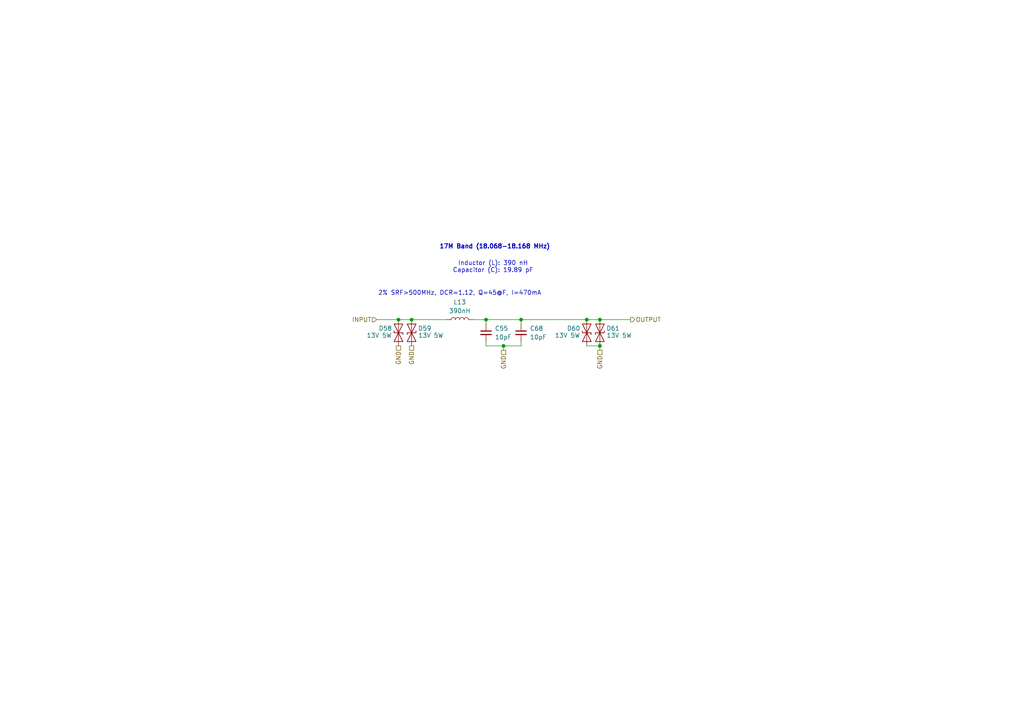
<source format=kicad_sch>
(kicad_sch (version 20231120) (generator "eeschema") (generator_version "8.0")
  (paper "A4")
  (lib_symbols
    (symbol "Device:C_Small" (pin_numbers hide) (pin_names (offset 0.254) hide)
      (property "Reference" "C" (at 0.254 1.778 0))
      (property "Value" "C_Small" (at 0.254 -2.032 0))
      (symbol "C_Small_0_1"
        (polyline (pts (xy -1.524 -0.508) (xy 1.524 -0.508)) (stroke (width 0.3302)))
        (polyline (pts (xy -1.524 0.508) (xy 1.524 0.508)) (stroke (width 0.3048)))
      )
      (symbol "C_Small_1_1"
        (pin passive line (at 0 2.54 270) (length 2.032) (name "~") (number "1"))
        (pin passive line (at 0 -2.54 90) (length 2.032) (name "~") (number "2"))
      )
    )
    (symbol "Device:L" (pin_numbers hide) (pin_names (offset 1.016) hide)
      (property "Reference" "L" (at -1.27 0 90))
      (property "Value" "L" (at 1.905 0 90))
      (symbol "L_0_1"
        (arc (start 0 -2.54) (mid 0.6323 -1.905) (end 0 -1.27))
        (arc (start 0 -1.27) (mid 0.6323 -0.635) (end 0 0))
        (arc (start 0 0) (mid 0.6323 0.635) (end 0 1.27))
        (arc (start 0 1.27) (mid 0.6323 1.905) (end 0 2.54))
      )
      (symbol "L_1_1"
        (pin passive line (at 0 3.81 270) (length 1.27) (name "1") (number "1"))
        (pin passive line (at 0 -3.81 90) (length 1.27) (name "2") (number "2"))
      )
    )
    (symbol "Diode:SD15_SOD323" (pin_numbers hide) (pin_names (offset 1.016) hide)
      (property "Reference" "D" (at 0 2.54 0))
      (property "Value" "SD15_SOD323" (at 0 -2.54 0))
      (symbol "SD15_SOD323_0_1"
        (polyline (pts (xy 1.27 0) (xy -1.27 0)))
        (polyline (pts (xy -2.54 -1.27) (xy 0 0) (xy -2.54 1.27) (xy -2.54 -1.27)) (stroke (width 0.2032)))
        (polyline (pts (xy 0.508 1.27) (xy 0 1.27) (xy 0 -1.27) (xy -0.508 -1.27)) (stroke (width 0.2032)))
        (polyline (pts (xy 2.54 1.27) (xy 2.54 -1.27) (xy 0 0) (xy 2.54 1.27)) (stroke (width 0.2032)))
      )
      (symbol "SD15_SOD323_1_1"
        (pin passive line (at -3.81 0 0) (length 2.54) (name "A1") (number "1"))
        (pin passive line (at 3.81 0 180) (length 2.54) (name "A2") (number "2"))
      )
    )
  )
  (junction (at 170.18 92.71))
  (junction (at 119.38 92.71))
  (junction (at 173.99 100.33))
  (junction (at 173.99 92.71))
  (junction (at 151.13 92.71))
  (junction (at 146.05 100.33))
  (junction (at 115.57 92.71))
  (junction (at 140.97 92.71))
  (wire (pts (xy 146.05 100.33) (xy 140.97 100.33)))
  (wire (pts (xy 151.13 92.71) (xy 170.18 92.71)))
  (wire (pts (xy 173.99 100.33) (xy 173.99 101.6)))
  (wire (pts (xy 170.18 92.71) (xy 173.99 92.71)))
  (wire (pts (xy 137.16 92.71) (xy 140.97 92.71)))
  (wire (pts (xy 151.13 92.71) (xy 151.13 93.98)))
  (wire (pts (xy 151.13 100.33) (xy 146.05 100.33)))
  (wire (pts (xy 115.57 92.71) (xy 119.38 92.71)))
  (wire (pts (xy 109.22 92.71) (xy 115.57 92.71)))
  (wire (pts (xy 119.38 92.71) (xy 129.54 92.71)))
  (wire (pts (xy 173.99 92.71) (xy 182.88 92.71)))
  (wire (pts (xy 146.05 100.33) (xy 146.05 101.6)))
  (wire (pts (xy 170.18 100.33) (xy 173.99 100.33)))
  (wire (pts (xy 140.97 100.33) (xy 140.97 99.06)))
  (wire (pts (xy 151.13 99.06) (xy 151.13 100.33)))
  (wire (pts (xy 140.97 92.71) (xy 151.13 92.71)))
  (wire (pts (xy 140.97 92.71) (xy 140.97 93.98)))
  (text "17M Band (18.068-18.168 MHz)" (at 143.51 71.628 0) (effects (font (size 1.27 1.27) (thickness 0.254) (bold yes))))
  (text "2% SRF>500MHz, DCR=1.12, Q=45@F, I=470mA" (at 133.35 85.09 0) (effects (font (size 1.27 1.27))))
  (text "Inductor (L): 390 nH\nCapacitor (C): 19.89 pF" (at 143.002 77.47 0) (effects (font (size 1.27 1.27))))
  (hierarchical_label "OUTPUT" (shape output) (at 182.88 92.71 0))
  (hierarchical_label "GND" (shape passive) (at 119.38 100.33 270))
  (hierarchical_label "INPUT" (shape input) (at 109.22 92.71 180))
  (hierarchical_label "GND" (shape passive) (at 146.05 101.6 270))
  (hierarchical_label "GND" (shape passive) (at 173.99 101.6 270))
  (hierarchical_label "GND" (shape passive) (at 115.57 100.33 270))
  (symbol (lib_id "Diode:SD15_SOD323") (at 173.99 96.52 270) (mirror x) (unit 1)
    (property "Reference" "D61" (at 177.8 95.25 90))
    (property "Value" "13V 5W" (at 179.578 97.282 90))
    (property "Footprint" "Diode_SMD:D_0603_1608Metric" (effects (hide yes)))
    (property "Datasheet" "https://wmsc.lcsc.com/wmsc/upload/file/pdf/v2/lcsc/1912111437_DOWO-SMB5350B_C284082.pdf" (effects (hide yes)))
    (property "Description" "Independent Type 5W 13V SMB(DO-214AA) Zener Diodes ROHS" (effects (hide yes)))
    (property "LCSC Part #" "C284082" (effects (hide yes)))
    (property "MPN" "SMB5350B" (effects (hide yes)))
    (property "Manufacturer" "DOWO" (effects (hide yes)))
  )
  (symbol (lib_id "Diode:SD15_SOD323") (at 115.57 96.52 90) (unit 1)
    (property "Reference" "D58" (at 111.76 95.25 90))
    (property "Value" "13V 5W" (at 109.982 97.282 90))
    (property "Footprint" "Diode_SMD:D_0603_1608Metric" (effects (hide yes)))
    (property "Datasheet" "https://wmsc.lcsc.com/wmsc/upload/file/pdf/v2/lcsc/1912111437_DOWO-SMB5350B_C284082.pdf" (effects (hide yes)))
    (property "Description" "Independent Type 5W 13V SMB(DO-214AA) Zener Diodes ROHS" (effects (hide yes)))
    (property "LCSC Part #" "C284082" (effects (hide yes)))
    (property "MPN" "SMB5350B" (effects (hide yes)))
    (property "Manufacturer" "DOWO" (effects (hide yes)))
  )
  (symbol (lib_id "Diode:SD15_SOD323") (at 119.38 96.52 270) (mirror x) (unit 1)
    (property "Reference" "D59" (at 123.19 95.25 90))
    (property "Value" "13V 5W" (at 124.968 97.282 90))
    (property "Footprint" "Diode_SMD:D_0603_1608Metric" (effects (hide yes)))
    (property "Datasheet" "https://wmsc.lcsc.com/wmsc/upload/file/pdf/v2/lcsc/1912111437_DOWO-SMB5350B_C284082.pdf" (effects (hide yes)))
    (property "Description" "Independent Type 5W 13V SMB(DO-214AA) Zener Diodes ROHS" (effects (hide yes)))
    (property "LCSC Part #" "C284082" (effects (hide yes)))
    (property "MPN" "SMB5350B" (effects (hide yes)))
    (property "Manufacturer" "DOWO" (effects (hide yes)))
  )
  (symbol (lib_id "Diode:SD15_SOD323") (at 170.18 96.52 90) (unit 1)
    (property "Reference" "D60" (at 166.37 95.25 90))
    (property "Value" "13V 5W" (at 164.592 97.282 90))
    (property "Footprint" "Diode_SMD:D_0603_1608Metric" (effects (hide yes)))
    (property "Datasheet" "https://wmsc.lcsc.com/wmsc/upload/file/pdf/v2/lcsc/1912111437_DOWO-SMB5350B_C284082.pdf" (effects (hide yes)))
    (property "Description" "Independent Type 5W 13V SMB(DO-214AA) Zener Diodes ROHS" (effects (hide yes)))
    (property "LCSC Part #" "C284082" (effects (hide yes)))
    (property "MPN" "SMB5350B" (effects (hide yes)))
    (property "Manufacturer" "DOWO" (effects (hide yes)))
  )
  (symbol (lib_id "Device:L") (at 133.35 92.71 90) (unit 1)
    (property "Reference" "L13" (at 133.35 87.63 90))
    (property "Value" "390nH" (at 133.35 90.17 90))
    (property "Footprint" "Inductor_SMD:L_1008_2520Metric" (effects (hide yes)))
    (property "Datasheet" "https://wmsc.lcsc.com/wmsc/upload/file/pdf/v2/lcsc/2304140030_PSA-Prosperity-Dielectrics-FEC1008CP-R39G-LRH_C346448.pdf" (effects (hide yes)))
    (property "Description" "470mA 390nH ±2% 1.12Ω 1008 Inductors (SMD) ROHS" (effects (hide yes)))
    (property "LCSC Part #" "C346448" (effects (hide yes)))
    (property "MPN" "FEC1008CP-R39G-LRH" (effects (hide yes)))
    (property "Manufacturer" "Prosperity" (effects (hide yes)))
  )
  (symbol (lib_id "Device:C_Small") (at 140.97 96.52 0) (unit 1)
    (property "Reference" "C55" (at 143.51 95.2562 0) (effects (justify left)))
    (property "Value" "10pF" (at 143.51 97.7962 0) (effects (justify left)))
    (property "Footprint" "Capacitor_SMD:C_1206_3216Metric" (effects (hide yes)))
    (property "Datasheet" "https://wmsc.lcsc.com/wmsc/upload/file/pdf/v2/lcsc/2304140030_CCTC-TCC1206COG100J102DT_C377014.pdf" (effects (hide yes)))
    (property "Description" "1kV 10pF C0G ±5% 1206 Multilayer Ceramic Capacitors MLCC - SMD/SMT ROHS" (effects (hide yes)))
    (property "LCSC Part #" "C377014" (effects (hide yes)))
    (property "MPN" "TCC1206COG100J102DT" (effects (hide yes)))
    (property "Manufacturer" "CCTC" (effects (hide yes)))
  )
  (symbol (lib_id "Device:C_Small") (at 151.13 96.52 0) (unit 1)
    (property "Reference" "C68" (at 153.67 95.2562 0) (effects (justify left)))
    (property "Value" "10pF" (at 153.67 97.7962 0) (effects (justify left)))
    (property "Footprint" "Capacitor_SMD:C_1206_3216Metric" (effects (hide yes)))
    (property "Datasheet" "https://wmsc.lcsc.com/wmsc/upload/file/pdf/v2/lcsc/2304140030_CCTC-TCC1206COG100J102DT_C377014.pdf" (effects (hide yes)))
    (property "Description" "1kV 10pF C0G ±5% 1206 Multilayer Ceramic Capacitors MLCC - SMD/SMT ROHS" (effects (hide yes)))
    (property "LCSC Part #" "C377014" (effects (hide yes)))
    (property "MPN" "TCC1206COG100J102DT" (effects (hide yes)))
    (property "Manufacturer" "CCTC" (effects (hide yes)))
  )
)
</source>
